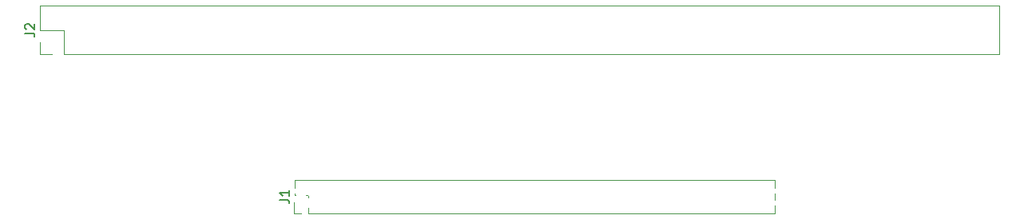
<source format=gbr>
%TF.GenerationSoftware,KiCad,Pcbnew,7.0.10*%
%TF.CreationDate,2024-01-11T10:13:55+00:00*%
%TF.ProjectId,1.27mm_To_2.54mm,312e3237-6d6d-45f5-946f-5f322e35346d,rev?*%
%TF.SameCoordinates,Original*%
%TF.FileFunction,Legend,Top*%
%TF.FilePolarity,Positive*%
%FSLAX46Y46*%
G04 Gerber Fmt 4.6, Leading zero omitted, Abs format (unit mm)*
G04 Created by KiCad (PCBNEW 7.0.10) date 2024-01-11 10:13:55*
%MOMM*%
%LPD*%
G01*
G04 APERTURE LIST*
%ADD10C,0.150000*%
%ADD11C,0.120000*%
G04 APERTURE END LIST*
D10*
X118232019Y-96650133D02*
X118946304Y-96650133D01*
X118946304Y-96650133D02*
X119089161Y-96697752D01*
X119089161Y-96697752D02*
X119184400Y-96792990D01*
X119184400Y-96792990D02*
X119232019Y-96935847D01*
X119232019Y-96935847D02*
X119232019Y-97031085D01*
X119232019Y-95650133D02*
X119232019Y-96221561D01*
X119232019Y-95935847D02*
X118232019Y-95935847D01*
X118232019Y-95935847D02*
X118374876Y-96031085D01*
X118374876Y-96031085D02*
X118470114Y-96126323D01*
X118470114Y-96126323D02*
X118517733Y-96221561D01*
X91231819Y-78946333D02*
X91946104Y-78946333D01*
X91946104Y-78946333D02*
X92088961Y-78993952D01*
X92088961Y-78993952D02*
X92184200Y-79089190D01*
X92184200Y-79089190D02*
X92231819Y-79232047D01*
X92231819Y-79232047D02*
X92231819Y-79327285D01*
X91327057Y-78517761D02*
X91279438Y-78470142D01*
X91279438Y-78470142D02*
X91231819Y-78374904D01*
X91231819Y-78374904D02*
X91231819Y-78136809D01*
X91231819Y-78136809D02*
X91279438Y-78041571D01*
X91279438Y-78041571D02*
X91327057Y-77993952D01*
X91327057Y-77993952D02*
X91422295Y-77946333D01*
X91422295Y-77946333D02*
X91517533Y-77946333D01*
X91517533Y-77946333D02*
X91660390Y-77993952D01*
X91660390Y-77993952D02*
X92231819Y-78565380D01*
X92231819Y-78565380D02*
X92231819Y-77946333D01*
D11*
%TO.C,J1*%
X119712200Y-98081800D02*
X119712200Y-96951800D01*
X120472200Y-98081800D02*
X119712200Y-98081800D01*
X121232200Y-98081800D02*
X170697200Y-98081800D01*
X121232200Y-98081800D02*
X121232200Y-97515271D01*
X170697200Y-98081800D02*
X170697200Y-97259330D01*
X170697200Y-96644270D02*
X170697200Y-95989330D01*
X121232200Y-96388329D02*
X121232200Y-96245271D01*
X119777200Y-96191800D02*
X119777200Y-95989330D01*
X119908729Y-96191800D02*
X119777200Y-96191800D01*
X121178729Y-96191800D02*
X121035671Y-96191800D01*
X119777200Y-95374270D02*
X119777200Y-94551800D01*
X170697200Y-95374270D02*
X170697200Y-94551800D01*
X119777200Y-94551800D02*
X170697200Y-94551800D01*
%TO.C,J2*%
X92777000Y-81213000D02*
X92777000Y-79883000D01*
X94107000Y-81213000D02*
X92777000Y-81213000D01*
X95377000Y-81213000D02*
X194497000Y-81213000D01*
X95377000Y-81213000D02*
X95377000Y-78613000D01*
X194497000Y-81213000D02*
X194497000Y-76013000D01*
X92777000Y-78613000D02*
X92777000Y-76013000D01*
X95377000Y-78613000D02*
X92777000Y-78613000D01*
X92777000Y-76013000D02*
X194497000Y-76013000D01*
%TD*%
M02*

</source>
